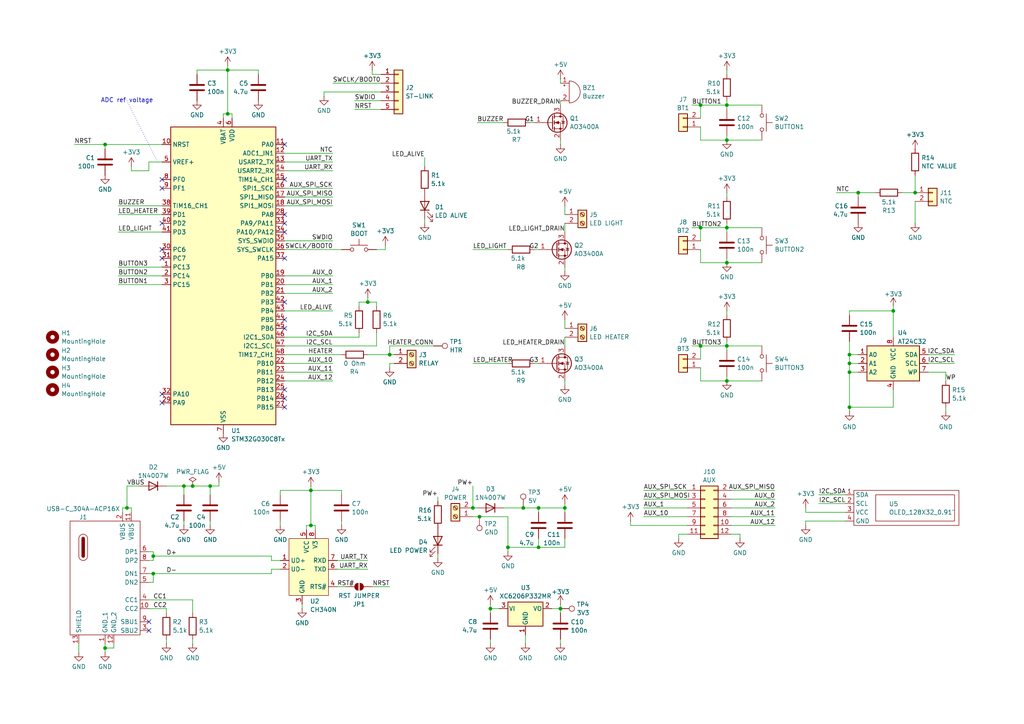
<source format=kicad_sch>
(kicad_sch (version 20250114) (generator "eeschema") (generator_version "9.0")
  (paper "A4")
  (title_block (title "Filament dryer oven control board") (date "2025-06-17") (rev "1.0") (company "Filippo Castellan"))
  (text "ADC ref voltage" (at 36.83 29.21 0) (effects (font (size 1.27 1.27))))
  (junction (at 147.32 158.75))
  (junction (at 203.2 66.04))
  (junction (at 66.04 33.02))
  (junction (at 248.92 55.88))
  (junction (at 203.2 100.33))
  (junction (at 210.82 30.48))
  (junction (at 163.83 147.32))
  (junction (at 36.83 147.32))
  (junction (at 90.17 152.4))
  (junction (at 210.82 100.33))
  (junction (at 259.08 90.17))
  (junction (at 60.96 140.97))
  (junction (at 142.24 176.53))
  (junction (at 139.065 149.86))
  (junction (at 44.45 161.29))
  (junction (at 30.48 41.91))
  (junction (at 210.82 76.2))
  (junction (at 246.38 102.87))
  (junction (at 106.68 87.63))
  (junction (at 203.2 30.48))
  (junction (at 90.17 142.24))
  (junction (at 137.16 147.32))
  (junction (at 210.82 110.49))
  (junction (at 246.38 107.95))
  (junction (at 156.21 147.32))
  (junction (at 210.82 40.64))
  (junction (at 53.34 140.97))
  (junction (at 265.43 55.88))
  (junction (at 210.82 66.04))
  (junction (at 66.04 20.32))
  (junction (at 55.88 140.97))
  (junction (at 162.56 176.53))
  (junction (at 156.21 158.75))
  (junction (at 151.765 147.32))
  (junction (at 113.03 102.87))
  (junction (at 246.38 118.11))
  (junction (at 246.38 105.41))
  (junction (at 30.48 187.96))
  (junction (at 44.45 166.37))
  (no_connect (at 82.55 87.63))
  (no_connect (at 82.55 74.93))
  (no_connect (at 82.55 41.91))
  (no_connect (at 46.99 116.84))
  (no_connect (at 82.55 67.31))
  (no_connect (at 82.55 95.25))
  (no_connect (at 46.99 74.93))
  (no_connect (at 46.99 114.3))
  (no_connect (at 43.18 182.88))
  (no_connect (at 82.55 113.03))
  (no_connect (at 46.99 52.07))
  (no_connect (at 43.18 180.34))
  (no_connect (at 82.55 64.77))
  (no_connect (at 82.55 92.71))
  (no_connect (at 82.55 52.07))
  (no_connect (at 82.55 115.57))
  (no_connect (at 46.99 72.39))
  (no_connect (at 46.99 54.61))
  (no_connect (at 46.99 64.77))
  (no_connect (at 82.55 62.23))
  (no_connect (at 82.55 118.11))
  (wire (pts (xy 82.55 107.95) (xy 96.52 107.95)))
  (wire (pts (xy 156.21 158.75) (xy 163.83 158.75)))
  (wire (pts (xy 151.765 147.32) (xy 156.21 147.32)))
  (wire (pts (xy 203.2 30.48) (xy 210.82 30.48)))
  (wire (pts (xy 97.79 170.18) (xy 100.33 170.18)))
  (wire (pts (xy 55.88 173.99) (xy 55.88 177.8)))
  (wire (pts (xy 34.29 67.31) (xy 46.99 67.31)))
  (wire (pts (xy 210.82 74.93) (xy 210.82 76.2)))
  (wire (pts (xy 274.32 110.49) (xy 274.32 107.95)))
  (wire (pts (xy 138.43 35.56) (xy 146.05 35.56)))
  (wire (pts (xy 114.3 102.87) (xy 113.03 102.87)))
  (wire (pts (xy 160.02 176.53) (xy 162.56 176.53)))
  (wire (pts (xy 233.68 147.32) (xy 233.68 148.59)))
  (wire (pts (xy 53.34 151.13) (xy 53.34 152.4)))
  (wire (pts (xy 102.87 31.75) (xy 110.49 31.75)))
  (wire (pts (xy 237.49 143.51) (xy 245.11 143.51)))
  (wire (pts (xy 55.88 185.42) (xy 55.88 186.69)))
  (wire (pts (xy 43.18 173.99) (xy 55.88 173.99)))
  (wire (pts (xy 162.56 185.42) (xy 162.56 186.69)))
  (wire (pts (xy 214.63 154.94) (xy 214.63 156.21)))
  (wire (pts (xy 81.28 142.24) (xy 90.17 142.24)))
  (wire (pts (xy 48.26 176.53) (xy 43.18 176.53)))
  (wire (pts (xy 246.38 107.95) (xy 248.92 107.95)))
  (wire (pts (xy 35.56 148.59) (xy 35.56 147.32)))
  (wire (pts (xy 210.82 29.21) (xy 210.82 30.48)))
  (wire (pts (xy 210.82 64.77) (xy 210.82 66.04)))
  (wire (pts (xy 163.83 64.77) (xy 163.83 67.31)))
  (wire (pts (xy 212.09 149.86) (xy 224.79 149.86)))
  (wire (pts (xy 35.56 147.32) (xy 36.83 147.32)))
  (wire (pts (xy 81.28 142.24) (xy 81.28 143.51)))
  (wire (pts (xy 147.32 158.75) (xy 147.32 160.02)))
  (wire (pts (xy 156.21 158.75) (xy 156.21 156.21)))
  (wire (pts (xy 123.19 45.72) (xy 123.19 48.26)))
  (wire (pts (xy 203.2 106.68) (xy 203.2 110.49)))
  (wire (pts (xy 111.76 72.39) (xy 109.22 72.39)))
  (wire (pts (xy 48.26 185.42) (xy 48.26 186.69)))
  (wire (pts (xy 46.99 59.69) (xy 34.29 59.69)))
  (wire (pts (xy 210.82 109.22) (xy 210.82 110.49)))
  (wire (pts (xy 38.1 49.53) (xy 43.18 49.53)))
  (wire (pts (xy 53.34 140.97) (xy 53.34 143.51)))
  (wire (pts (xy 81.28 165.1) (xy 78.74 165.1)))
  (wire (pts (xy 186.69 142.24) (xy 199.39 142.24)))
  (wire (pts (xy 200.66 66.04) (xy 203.2 66.04)))
  (wire (pts (xy 203.2 100.33) (xy 210.82 100.33)))
  (wire (pts (xy 203.2 100.33) (xy 203.2 104.14)))
  (wire (pts (xy 114.3 105.41) (xy 113.03 105.41)))
  (wire (pts (xy 64.77 33.02) (xy 64.77 34.29)))
  (wire (pts (xy 34.29 77.47) (xy 46.99 77.47)))
  (wire (pts (xy 66.04 19.05) (xy 66.04 20.32)))
  (wire (pts (xy 30.48 41.91) (xy 46.99 41.91)))
  (wire (pts (xy 55.88 140.97) (xy 53.34 140.97)))
  (wire (pts (xy 212.09 147.32) (xy 224.79 147.32)))
  (wire (pts (xy 203.2 36.83) (xy 203.2 40.64)))
  (wire (pts (xy 203.2 69.85) (xy 203.2 66.04)))
  (wire (pts (xy 90.17 152.4) (xy 91.44 152.4)))
  (wire (pts (xy 82.55 80.01) (xy 96.52 80.01)))
  (wire (pts (xy 137.16 147.32) (xy 138.43 147.32)))
  (wire (pts (xy 60.96 140.97) (xy 55.88 140.97)))
  (wire (pts (xy 43.18 162.56) (xy 44.45 162.56)))
  (wire (pts (xy 274.32 118.11) (xy 274.32 119.38)))
  (wire (pts (xy 30.48 41.91) (xy 30.48 43.18)))
  (wire (pts (xy 43.18 168.91) (xy 44.45 168.91)))
  (wire (pts (xy 82.55 46.99) (xy 96.52 46.99)))
  (wire (pts (xy 163.83 146.05) (xy 163.83 147.32)))
  (wire (pts (xy 210.82 90.17) (xy 210.82 91.44)))
  (wire (pts (xy 82.55 57.15) (xy 96.52 57.15)))
  (wire (pts (xy 210.82 100.33) (xy 220.98 100.33)))
  (wire (pts (xy 102.87 29.21) (xy 110.49 29.21)))
  (wire (pts (xy 142.24 185.42) (xy 142.24 186.69)))
  (wire (pts (xy 210.82 20.32) (xy 210.82 21.59)))
  (wire (pts (xy 210.82 110.49) (xy 220.98 110.49)))
  (wire (pts (xy 246.38 90.17) (xy 259.08 90.17)))
  (wire (pts (xy 200.66 30.48) (xy 203.2 30.48)))
  (wire (pts (xy 30.48 187.96) (xy 30.48 189.23)))
  (wire (pts (xy 127 145.415) (xy 127 144.145)))
  (wire (pts (xy 139.065 149.86) (xy 147.32 149.86)))
  (wire (pts (xy 210.82 40.64) (xy 220.98 40.64)))
  (wire (pts (xy 36.83 147.32) (xy 38.1 147.32)))
  (wire (pts (xy 186.69 144.78) (xy 199.39 144.78)))
  (wire (pts (xy 224.79 142.24) (xy 212.09 142.24)))
  (wire (pts (xy 246.38 102.87) (xy 246.38 105.41)))
  (wire (pts (xy 44.45 166.37) (xy 78.74 166.37)))
  (wire (pts (xy 104.14 96.52) (xy 104.14 97.79)))
  (wire (pts (xy 82.55 49.53) (xy 96.52 49.53)))
  (wire (pts (xy 210.82 99.06) (xy 210.82 100.33)))
  (wire (pts (xy 156.21 147.32) (xy 156.21 148.59)))
  (wire (pts (xy 203.2 30.48) (xy 203.2 34.29)))
  (wire (pts (xy 106.68 87.63) (xy 109.22 87.63)))
  (wire (pts (xy 90.17 152.4) (xy 88.9 152.4)))
  (wire (pts (xy 259.08 118.11) (xy 246.38 118.11)))
  (wire (pts (xy 113.03 100.33) (xy 113.03 102.87)))
  (wire (pts (xy 203.2 110.49) (xy 210.82 110.49)))
  (wire (pts (xy 212.09 144.78) (xy 224.79 144.78)))
  (wire (pts (xy 210.82 100.33) (xy 210.82 101.6)))
  (wire (pts (xy 22.86 186.69) (xy 22.86 189.23)))
  (wire (pts (xy 182.88 151.13) (xy 182.88 152.4)))
  (wire (pts (xy 269.24 107.95) (xy 274.32 107.95)))
  (wire (pts (xy 44.45 166.37) (xy 44.45 168.91)))
  (wire (pts (xy 109.22 96.52) (xy 109.22 100.33)))
  (wire (pts (xy 82.55 105.41) (xy 96.52 105.41)))
  (wire (pts (xy 163.83 158.75) (xy 163.83 156.21)))
  (wire (pts (xy 203.2 66.04) (xy 210.82 66.04)))
  (wire (pts (xy 269.24 105.41) (xy 276.86 105.41)))
  (wire (pts (xy 210.82 76.2) (xy 220.98 76.2)))
  (wire (pts (xy 265.43 50.8) (xy 265.43 55.88)))
  (wire (pts (xy 78.74 162.56) (xy 78.74 161.29)))
  (wire (pts (xy 81.28 162.56) (xy 78.74 162.56)))
  (wire (pts (xy 107.95 20.32) (xy 107.95 21.59)))
  (wire (pts (xy 210.82 66.04) (xy 220.98 66.04)))
  (wire (pts (xy 66.04 33.02) (xy 67.31 33.02)))
  (wire (pts (xy 60.96 140.97) (xy 63.5 140.97)))
  (wire (pts (xy 57.15 21.59) (xy 57.15 20.32)))
  (wire (pts (xy 43.18 49.53) (xy 43.18 46.99)))
  (wire (pts (xy 154.94 72.39) (xy 156.21 72.39)))
  (wire (pts (xy 90.17 142.24) (xy 90.17 152.4)))
  (wire (pts (xy 38.1 48.26) (xy 38.1 49.53)))
  (wire (pts (xy 224.79 152.4) (xy 212.09 152.4)))
  (wire (pts (xy 67.31 33.02) (xy 67.31 34.29)))
  (wire (pts (xy 210.82 30.48) (xy 220.98 30.48)))
  (wire (pts (xy 66.04 33.02) (xy 64.77 33.02)))
  (wire (pts (xy 82.55 82.55) (xy 96.52 82.55)))
  (wire (pts (xy 96.52 90.17) (xy 82.55 90.17)))
  (wire (pts (xy 44.45 161.29) (xy 78.74 161.29)))
  (polyline (pts (xy 36.83 29.21) (xy 45.72 46.99)) (stroke (width 0) (type dot)))
  (wire (pts (xy 44.45 162.56) (xy 44.45 161.29)))
  (wire (pts (xy 82.55 110.49) (xy 96.52 110.49)))
  (wire (pts (xy 162.56 176.53) (xy 162.56 177.8)))
  (wire (pts (xy 78.74 165.1) (xy 78.74 166.37)))
  (wire (pts (xy 82.55 102.87) (xy 99.06 102.87)))
  (wire (pts (xy 203.2 76.2) (xy 210.82 76.2)))
  (wire (pts (xy 210.82 39.37) (xy 210.82 40.64)))
  (wire (pts (xy 82.55 54.61) (xy 96.52 54.61)))
  (wire (pts (xy 60.96 140.97) (xy 60.96 143.51)))
  (wire (pts (xy 104.14 87.63) (xy 104.14 88.9)))
  (wire (pts (xy 248.92 105.41) (xy 246.38 105.41)))
  (wire (pts (xy 110.49 26.67) (xy 93.98 26.67)))
  (wire (pts (xy 107.95 170.18) (xy 113.03 170.18)))
  (wire (pts (xy 163.83 110.49) (xy 163.83 111.76)))
  (wire (pts (xy 34.29 82.55) (xy 46.99 82.55)))
  (wire (pts (xy 137.16 149.86) (xy 139.065 149.86)))
  (wire (pts (xy 44.45 166.37) (xy 43.18 166.37)))
  (wire (pts (xy 96.52 24.13) (xy 110.49 24.13)))
  (wire (pts (xy 82.55 59.69) (xy 96.52 59.69)))
  (wire (pts (xy 137.16 72.39) (xy 147.32 72.39)))
  (wire (pts (xy 30.48 186.69) (xy 30.48 187.96)))
  (wire (pts (xy 265.43 58.42) (xy 265.43 64.77)))
  (wire (pts (xy 259.08 113.03) (xy 259.08 118.11)))
  (wire (pts (xy 246.38 105.41) (xy 246.38 107.95)))
  (wire (pts (xy 82.55 72.39) (xy 99.06 72.39)))
  (wire (pts (xy 60.96 151.13) (xy 60.96 152.4)))
  (wire (pts (xy 200.66 100.33) (xy 203.2 100.33)))
  (wire (pts (xy 74.93 20.32) (xy 66.04 20.32)))
  (wire (pts (xy 127 160.655) (xy 127 161.925)))
  (wire (pts (xy 246.38 118.11) (xy 246.38 107.95)))
  (wire (pts (xy 82.55 85.09) (xy 96.52 85.09)))
  (wire (pts (xy 142.24 176.53) (xy 142.24 177.8)))
  (wire (pts (xy 36.83 140.97) (xy 40.64 140.97)))
  (wire (pts (xy 91.44 152.4) (xy 91.44 153.67)))
  (wire (pts (xy 66.04 20.32) (xy 66.04 33.02)))
  (wire (pts (xy 106.68 86.36) (xy 106.68 87.63)))
  (wire (pts (xy 142.24 175.26) (xy 142.24 176.53)))
  (wire (pts (xy 87.63 175.26) (xy 87.63 176.53)))
  (wire (pts (xy 153.67 35.56) (xy 154.94 35.56)))
  (wire (pts (xy 34.29 80.01) (xy 46.99 80.01)))
  (wire (pts (xy 210.82 66.04) (xy 210.82 67.31)))
  (wire (pts (xy 104.14 87.63) (xy 106.68 87.63)))
  (wire (pts (xy 199.39 149.86) (xy 186.69 149.86)))
  (wire (pts (xy 248.92 55.88) (xy 248.92 57.15)))
  (wire (pts (xy 44.45 160.02) (xy 44.45 161.29)))
  (wire (pts (xy 259.08 90.17) (xy 259.08 97.79)))
  (wire (pts (xy 90.17 140.97) (xy 90.17 142.24)))
  (wire (pts (xy 146.05 147.32) (xy 151.765 147.32)))
  (wire (pts (xy 44.45 160.02) (xy 43.18 160.02)))
  (wire (pts (xy 123.19 63.5) (xy 123.19 64.77)))
  (wire (pts (xy 97.79 165.1) (xy 106.68 165.1)))
  (wire (pts (xy 144.78 176.53) (xy 142.24 176.53)))
  (wire (pts (xy 43.18 46.99) (xy 46.99 46.99)))
  (wire (pts (xy 99.06 142.24) (xy 99.06 143.51)))
  (wire (pts (xy 38.1 148.59) (xy 38.1 147.32)))
  (wire (pts (xy 245.11 151.13) (xy 233.68 151.13)))
  (wire (pts (xy 163.83 97.79) (xy 163.83 100.33)))
  (wire (pts (xy 81.28 151.13) (xy 81.28 152.4)))
  (wire (pts (xy 30.48 187.96) (xy 33.02 187.96)))
  (wire (pts (xy 93.98 26.67) (xy 93.98 27.94)))
  (wire (pts (xy 48.26 177.8) (xy 48.26 176.53)))
  (wire (pts (xy 162.56 22.86) (xy 162.56 24.13)))
  (wire (pts (xy 248.92 102.87) (xy 246.38 102.87)))
  (wire (pts (xy 82.55 100.33) (xy 109.22 100.33)))
  (wire (pts (xy 203.2 40.64) (xy 210.82 40.64)))
  (wire (pts (xy 109.22 87.63) (xy 109.22 88.9)))
  (wire (pts (xy 33.02 187.96) (xy 33.02 186.69)))
  (wire (pts (xy 63.5 139.7) (xy 63.5 140.97)))
  (wire (pts (xy 163.83 92.71) (xy 163.83 95.25)))
  (wire (pts (xy 233.68 151.13) (xy 233.68 152.4)))
  (wire (pts (xy 21.59 41.91) (xy 30.48 41.91)))
  (wire (pts (xy 246.38 91.44) (xy 246.38 90.17)))
  (wire (pts (xy 163.83 59.69) (xy 163.83 62.23)))
  (wire (pts (xy 237.49 146.05) (xy 245.11 146.05)))
  (wire (pts (xy 97.79 162.56) (xy 106.68 162.56)))
  (wire (pts (xy 199.39 154.94) (xy 196.85 154.94)))
  (wire (pts (xy 248.92 55.88) (xy 254 55.88)))
  (wire (pts (xy 137.16 140.97) (xy 137.16 147.32)))
  (wire (pts (xy 212.09 154.94) (xy 214.63 154.94)))
  (wire (pts (xy 74.93 20.32) (xy 74.93 21.59)))
  (wire (pts (xy 57.15 20.32) (xy 66.04 20.32)))
  (wire (pts (xy 182.88 152.4) (xy 199.39 152.4)))
  (wire (pts (xy 113.03 102.87) (xy 106.68 102.87)))
  (wire (pts (xy 82.55 44.45) (xy 96.52 44.45)))
  (wire (pts (xy 137.16 105.41) (xy 147.32 105.41)))
  (wire (pts (xy 163.83 77.47) (xy 163.83 78.74)))
  (wire (pts (xy 99.06 151.13) (xy 99.06 152.4)))
  (wire (pts (xy 196.85 154.94) (xy 196.85 156.21)))
  (wire (pts (xy 152.4 184.15) (xy 152.4 186.69)))
  (wire (pts (xy 259.08 88.9) (xy 259.08 90.17)))
  (wire (pts (xy 82.55 69.85) (xy 96.52 69.85)))
  (wire (pts (xy 48.26 140.97) (xy 53.34 140.97)))
  (wire (pts (xy 269.24 102.87) (xy 276.86 102.87)))
  (wire (pts (xy 233.68 148.59) (xy 245.11 148.59)))
  (wire (pts (xy 199.39 147.32) (xy 186.69 147.32)))
  (wire (pts (xy 147.32 149.86) (xy 147.32 158.75)))
  (wire (pts (xy 210.82 30.48) (xy 210.82 31.75)))
  (wire (pts (xy 113.03 105.41) (xy 113.03 106.68)))
  (wire (pts (xy 162.56 40.64) (xy 162.56 41.91)))
  (wire (pts (xy 162.56 175.26) (xy 162.56 176.53)))
  (wire (pts (xy 88.9 152.4) (xy 88.9 153.67)))
  (wire (pts (xy 156.21 147.32) (xy 163.83 147.32)))
  (wire (pts (xy 163.83 147.32) (xy 163.83 148.59)))
  (wire (pts (xy 147.32 158.75) (xy 156.21 158.75)))
  (wire (pts (xy 162.56 29.21) (xy 162.56 30.48)))
  (wire (pts (xy 82.55 97.79) (xy 104.14 97.79)))
  (wire (pts (xy 111.76 71.12) (xy 111.76 72.39)))
  (wire (pts (xy 242.57 55.88) (xy 248.92 55.88)))
  (wire (pts (xy 246.38 118.11) (xy 246.38 119.38)))
  (wire (pts (xy 36.83 147.32) (xy 36.83 140.97)))
  (wire (pts (xy 34.29 62.23) (xy 46.99 62.23)))
  (wire (pts (xy 154.94 105.41) (xy 156.21 105.41)))
  (wire (pts (xy 99.06 142.24) (xy 90.17 142.24)))
  (wire (pts (xy 203.2 72.39) (xy 203.2 76.2)))
  (wire (pts (xy 107.95 21.59) (xy 110.49 21.59)))
  (wire (pts (xy 113.03 100.33) (xy 125.73 100.33)))
  (wire (pts (xy 210.82 55.88) (xy 210.82 57.15)))
  (wire (pts (xy 246.38 99.06) (xy 246.38 102.87)))
  (wire (pts (xy 261.62 55.88) (xy 265.43 55.88)))
  (label "LED_LIGHT" (at 34.29 67.31 0))
  (label "UART_TX" (at 96.52 46.99 180))
  (label "AUX_SPI_SCK" (at 186.69 142.24 0))
  (label "AUX_SPI_MOSI" (at 186.69 144.78 0))
  (label "SWDIO" (at 102.87 29.21 0))
  (label "BUTTON3" (at 200.66 100.33 0))
  (label "NTC" (at 242.57 55.88 0))
  (label "G2" (at 156.21 72.39 180))
  (label "I2C_SDA" (at 96.52 97.79 180))
  (label "AUX_SPI_MISO" (at 224.79 142.24 180))
  (label "SWCLK{slash}BOOT0" (at 96.52 72.39 180))
  (label "NRST" (at 102.87 31.75 0))
  (label "AUX_SPI_SCK" (at 96.52 54.61 180))
  (label "AUX_SPI_MOSI" (at 96.52 59.69 180))
  (label "BUTTON2" (at 34.29 80.01 0))
  (label "HEATER_CONN" (at 125.73 100.33 180))
  (label "D+" (at 48.26 161.29 0))
  (label "WP" (at 274.32 110.49 0))
  (label "SWDIO" (at 96.52 69.85 180))
  (label "I2C_SCL" (at 237.49 146.05 0))
  (label "AUX_SPI_MISO" (at 96.52 57.15 180))
  (label "LED_HEATER_DRAIN" (at 163.83 100.33 180))
  (label "AUX_1" (at 186.69 147.32 0))
  (label "BUZZER" (at 34.29 59.69 0))
  (label "LED_LIGHT_DRAIN" (at 163.83 67.31 180))
  (label "I2C_SCL" (at 96.52 100.33 180))
  (label "LED_ALIVE" (at 96.52 90.17 180))
  (label "CC2" (at 44.45 176.53 0))
  (label "NRST" (at 113.03 170.18 180))
  (label "BUTTON1" (at 34.29 82.55 0))
  (label "I2C_SCL" (at 276.86 105.41 180))
  (label "AUX_1" (at 96.52 82.55 180))
  (label "I2C_SDA" (at 237.49 143.51 0))
  (label "BUZZER" (at 138.43 35.56 0))
  (label "AUX_12" (at 96.52 110.49 180))
  (label "AUX_0" (at 96.52 80.01 180))
  (label "NTC" (at 96.52 44.45 180))
  (label "NRST" (at 21.59 41.91 0))
  (label "LED_LIGHT" (at 137.16 72.39 0))
  (label "BUTTON3" (at 34.29 77.47 0))
  (label "LED_HEATER" (at 34.29 62.23 0))
  (label "UART_TX" (at 106.68 162.56 180))
  (label "VBUS" (at 36.83 140.97 0))
  (label "D-" (at 48.26 166.37 0))
  (label "LED_HEATER" (at 137.16 105.41 0))
  (label "RST#" (at 97.79 170.18 0))
  (label "BUTTON2" (at 200.66 66.04 0))
  (label "AUX_10" (at 96.52 105.41 180))
  (label "HEATER" (at 96.52 102.87 180))
  (label "AUX_0" (at 224.79 144.78 180))
  (label "UART_RX" (at 96.52 49.53 180))
  (label "AUX_11" (at 224.79 149.86 180))
  (label "G3" (at 156.21 105.41 180))
  (label "UART_RX" (at 106.68 165.1 180))
  (label "AUX_10" (at 186.69 149.86 0))
  (label "I2C_SDA" (at 276.86 102.87 180))
  (label "AUX_11" (at 96.52 107.95 180))
  (label "AUX_2" (at 224.79 147.32 180))
  (label "BUTTON1" (at 200.66 30.48 0))
  (label "AUX_12" (at 224.79 152.4 180))
  (label "AUX_2" (at 96.52 85.09 180))
  (label "BUZZER_DRAIN" (at 162.56 30.48 180))
  (label "PW+" (at 127 144.145 180))
  (label "SWCLK{slash}BOOT0" (at 96.52 24.13 0))
  (label "LED_ALIVE" (at 123.19 45.72 180))
  (label "CC1" (at 44.45 173.99 0))
  (label "G1" (at 154.94 35.56 180))
  (label "PW+" (at 137.16 140.97 180))
  (symbol (lib_id "Switch:SW_Push") (at 220.98 35.56 270) (unit 1)
    (property "Reference" "SW2" (at 224.663 34.3446 90) (effects (justify left)))
    (property "Value" "BUTTON1" (at 224.663 36.7753 90) (effects (justify left)))
    (property "Footprint" "Button_Switch_SMD:SW_SPST_SKQG_WithoutStem" (effects (hide yes)))
    (property "Description" "Push button switch, generic, two pins" (effects (hide yes)))
  )
  (symbol (lib_id "Device:R") (at 151.13 105.41 90) (mirror x) (unit 1)
    (property "Reference" "R9" (at 152.4 110.3807 90) (effects (justify left)))
    (property "Value" "5.1k" (at 152.4 107.95 90) (effects (justify left)))
    (property "Footprint" "Resistor_SMD:R_0805_2012Metric_Pad1.20x1.40mm_HandSolder" (effects (hide yes)))
    (property "Description" "Resistor" (effects (hide yes)))
  )
  (symbol (lib_id "power:+3V3") (at 107.95 20.32 0) (unit 1)
    (property "Reference" "#PWR021" (effects (hide yes)))
    (property "Value" "+3V3" (at 107.95 16.1837 0))
    (property "Description" "Power symbol creates a global label with name \"+3V3\"" (effects (hide yes)))
  )
  (symbol (lib_id "Transistor_FET:AO3400A") (at 161.29 72.39 0) (unit 1)
    (property "Reference" "Q2" (at 166.497 71.1746 0) (effects (justify left)))
    (property "Value" "AO3400A" (at 166.497 73.6053 0) (effects (justify left)))
    (property "Footprint" "Package_TO_SOT_SMD:SOT-23" (effects (hide yes)))
    (property "Datasheet" "http://www.aosmd.com/pdfs/datasheet/AO3400A.pdf" (effects (hide yes)))
    (property "Description" "30V Vds, 5.7A Id, N-Channel MOSFET, SOT-23" (effects (hide yes)))
  )
  (symbol (lib_id "Mechanical:MountingHole") (at 15.24 97.79 0) (unit 1) (in_bom no)
    (property "Reference" "H1" (at 17.78 96.5746 0) (effects (justify left)))
    (property "Value" "MountingHole" (at 17.78 99.0053 0) (effects (justify left)))
    (property "Footprint" "MountingHole:MountingHole_3.2mm_M3_Pad_Via" (effects (hide yes)))
    (property "Description" "Mounting Hole without connection" (effects (hide yes)))
  )
  (symbol (lib_id "power:GND") (at 210.82 76.2 0) (unit 1)
    (property "Reference" "#PWR042" (effects (hide yes)))
    (property "Value" "GND" (at 210.82 80.3363 0))
    (property "Description" "Power symbol creates a global label with name \"GND\" , ground" (effects (hide yes)))
  )
  (symbol (lib_id "Mechanical:MountingHole") (at 15.24 107.95 0) (unit 1) (in_bom no)
    (property "Reference" "H3" (at 17.78 106.7346 0) (effects (justify left)))
    (property "Value" "MountingHole" (at 17.78 109.1653 0) (effects (justify left)))
    (property "Footprint" "MountingHole:MountingHole_3.2mm_M3_Pad_Via" (effects (hide yes)))
    (property "Description" "Mounting Hole without connection" (effects (hide yes)))
  )
  (symbol (lib_id "power:GND") (at 57.15 29.21 0) (unit 1)
    (property "Reference" "#PWR09" (effects (hide yes)))
    (property "Value" "GND" (at 57.15 33.3463 0))
    (property "Description" "Power symbol creates a global label with name \"GND\" , ground" (effects (hide yes)))
  )
  (symbol (lib_id "Connector_Generic:Conn_01x02") (at 198.12 72.39 180) (unit 1)
    (property "Reference" "J8" (at 198.12 64.4259 0))
    (property "Value" "BT2" (at 198.12 66.8566 0))
    (property "Footprint" "Connector_JST:JST_XH_B2B-XH-A_1x02_P2.50mm_Vertical" (effects (hide yes)))
    (property "Description" "Generic connector, single row, 01x02, script generated (kicad-library-utils/schlib/autogen/connector/)" (effects (hide yes)))
  )
  (symbol (lib_id "power:+5V") (at 163.83 92.71 0) (unit 1)
    (property "Reference" "#PWR034" (effects (hide yes)))
    (property "Value" "+5V" (at 163.83 88.5737 0))
    (property "Description" "Power symbol creates a global label with name \"+5V\"" (effects (hide yes)))
  )
  (symbol (lib_id "Device:C") (at 210.82 35.56 0) (unit 1)
    (property "Reference" "C12" (at 213.741 34.3446 0) (effects (justify left)))
    (property "Value" "100n" (at 213.741 36.7753 0) (effects (justify left)))
    (property "Footprint" "Capacitor_SMD:C_0805_2012Metric_Pad1.18x1.45mm_HandSolder" (effects (hide yes)))
    (property "Description" "Unpolarized capacitor" (effects (hide yes)))
  )
  (symbol (lib_id "power:GND") (at 55.88 186.69 0) (unit 1)
    (property "Reference" "#PWR08" (effects (hide yes)))
    (property "Value" "GND" (at 55.88 190.8263 0))
    (property "Description" "Power symbol creates a global label with name \"GND\" , ground" (effects (hide yes)))
  )
  (symbol (lib_id "Device:R") (at 257.81 55.88 90) (mirror x) (unit 1)
    (property "Reference" "R13" (at 257.81 61.0501 90))
    (property "Value" "5.1k" (at 257.81 58.6194 90))
    (property "Footprint" "Resistor_SMD:R_0805_2012Metric_Pad1.20x1.40mm_HandSolder" (effects (hide yes)))
    (property "Description" "Resistor" (effects (hide yes)))
  )
  (symbol (lib_id "Connector:Screw_Terminal_01x02") (at 119.38 102.87 0) (unit 1)
    (property "Reference" "J3" (at 121.412 102.9246 0) (effects (justify left)))
    (property "Value" "RELAY" (at 121.412 105.3553 0) (effects (justify left)))
    (property "Footprint" "_MIA footprint:TerminalBlock_bornier-2_P5.08mm" (effects (hide yes)))
    (property "Description" "Generic screw terminal, single row, 01x02, script generated (kicad-library-utils/schlib/autogen/connector/)" (effects (hide yes)))
  )
  (symbol (lib_id "Device:R") (at 127 149.225 0) (mirror y) (unit 1)
    (property "Reference" "R16" (at 125.222 148.0096 0) (effects (justify left)))
    (property "Value" "5.1k" (at 125.222 150.4403 0) (effects (justify left)))
    (property "Footprint" "Resistor_SMD:R_0805_2012Metric_Pad1.20x1.40mm_HandSolder" (effects (hide yes)))
    (property "Description" "Resistor" (effects (hide yes)))
  )
  (symbol (lib_id "Device:C") (at 74.93 25.4 0) (mirror y) (unit 1)
    (property "Reference" "C5" (at 72.009 24.1846 0) (effects (justify left)))
    (property "Value" "4.7u" (at 72.009 26.6153 0) (effects (justify left)))
    (property "Footprint" "Capacitor_SMD:C_0805_2012Metric_Pad1.18x1.45mm_HandSolder" (effects (hide yes)))
    (property "Description" "Unpolarized capacitor" (effects (hide yes)))
  )
  (symbol (lib_id "Device:R") (at 149.86 35.56 90) (mirror x) (unit 1)
    (property "Reference" "R7" (at 151.13 40.5307 90) (effects (justify left)))
    (property "Value" "5.1k" (at 151.13 38.1 90) (effects (justify left)))
    (property "Footprint" "Resistor_SMD:R_0805_2012Metric_Pad1.20x1.40mm_HandSolder" (effects (hide yes)))
    (property "Description" "Resistor" (effects (hide yes)))
  )
  (symbol (lib_id "Regulator_Linear:XC6206PxxxMR") (at 152.4 176.53 0) (unit 1)
    (property "Reference" "U3" (at 152.4 170.4709 0))
    (property "Value" "XC6206P332MR" (at 152.4 172.9016 0))
    (property "Footprint" "Package_TO_SOT_SMD:SOT-23-3" (effects (hide yes)))
    (property "Datasheet" "https://www.torexsemi.com/file/xc6206/XC6206.pdf" (effects (hide yes)))
    (property "Description" "Positive 60-250mA Low Dropout Regulator, Fixed Output, SOT-23" (effects (hide yes)))
  )
  (symbol (lib_id "power:GND") (at 162.56 186.69 0) (unit 1)
    (property "Reference" "#PWR031" (effects (hide yes)))
    (property "Value" "GND" (at 162.56 190.8263 0))
    (property "Description" "Power symbol creates a global label with name \"GND\" , ground" (effects (hide yes)))
  )
  (symbol (lib_id "Device:C") (at 99.06 147.32 0) (unit 1)
    (property "Reference" "C7" (at 101.981 146.1046 0) (effects (justify left)))
    (property "Value" "100n" (at 101.981 148.5353 0) (effects (justify left)))
    (property "Footprint" "Capacitor_SMD:C_0805_2012Metric_Pad1.18x1.45mm_HandSolder" (effects (hide yes)))
    (property "Description" "Unpolarized capacitor" (effects (hide yes)))
  )
  (symbol (lib_id "Device:R") (at 265.43 46.99 0) (unit 1)
    (property "Reference" "R14" (at 267.208 45.7746 0) (effects (justify left)))
    (property "Value" "NTC VALUE" (at 267.208 48.2053 0) (effects (justify left)))
    (property "Footprint" "Resistor_SMD:R_0805_2012Metric_Pad1.20x1.40mm_HandSolder" (effects (hide yes)))
    (property "Description" "Resistor" (effects (hide yes)))
  )
  (symbol (lib_id "power:GND") (at 274.32 119.38 0) (unit 1)
    (property "Reference" "#PWR053" (effects (hide yes)))
    (property "Value" "GND" (at 274.32 123.8234 0))
  )
  (symbol (lib_id "power:GND") (at 162.56 41.91 0) (unit 1)
    (property "Reference" "#PWR029" (effects (hide yes)))
    (property "Value" "GND" (at 162.56 46.0463 0))
    (property "Description" "Power symbol creates a global label with name \"GND\" , ground" (effects (hide yes)))
  )
  (symbol (lib_id "Transistor_FET:AO3400A") (at 161.29 105.41 0) (unit 1)
    (property "Reference" "Q3" (at 166.497 104.1946 0) (effects (justify left)))
    (property "Value" "AO3400A" (at 166.497 106.6253 0) (effects (justify left)))
    (property "Footprint" "Package_TO_SOT_SMD:SOT-23" (effects (hide yes)))
    (property "Datasheet" "http://www.aosmd.com/pdfs/datasheet/AO3400A.pdf" (effects (hide yes)))
    (property "Description" "30V Vds, 5.7A Id, N-Channel MOSFET, SOT-23" (effects (hide yes)))
  )
  (symbol (lib_id "power:GND") (at 48.26 186.69 0) (unit 1)
    (property "Reference" "#PWR06" (effects (hide yes)))
    (property "Value" "GND" (at 48.26 190.8263 0))
    (property "Description" "Power symbol creates a global label with name \"GND\" , ground" (effects (hide yes)))
  )
  (symbol (lib_id "Device:D") (at 142.24 147.32 0) (mirror y) (unit 1)
    (property "Reference" "D3" (at 142.24 141.8439 0))
    (property "Value" "1N4007W" (at 142.24 144.3093 0))
    (property "Footprint" "Diode_SMD:D_SOD-123F" (effects (hide yes)))
    (property "Datasheet" "https://lcsc.com/datasheet/lcsc_datasheet_2308211430_MSKSEMI-1N4007W_C7528871.pdf" (effects (hide yes)))
    (property "LCSC" "C7528871" (effects (hide yes)))
  )
  (symbol (lib_id "power:+5V") (at 163.83 146.05 0) (unit 1)
    (property "Reference" "#PWR036" (effects (hide yes)))
    (property "Value" "+5V" (at 163.83 141.9137 0))
    (property "Description" "Power symbol creates a global label with name \"+5V\"" (effects (hide yes)))
  )
  (symbol (lib_id "Mechanical:MountingHole") (at 15.24 102.87 0) (unit 1) (in_bom no)
    (property "Reference" "H2" (at 17.78 101.6546 0) (effects (justify left)))
    (property "Value" "MountingHole" (at 17.78 104.0853 0) (effects (justify left)))
    (property "Footprint" "MountingHole:MountingHole_3.2mm_M3_Pad_Via" (effects (hide yes)))
    (property "Description" "Mounting Hole without connection" (effects (hide yes)))
  )
  (symbol (lib_id "power:GND") (at 210.82 40.64 0) (unit 1)
    (property "Reference" "#PWR040" (effects (hide yes)))
    (property "Value" "GND" (at 210.82 44.7763 0))
    (property "Description" "Power symbol creates a global label with name \"GND\" , ground" (effects (hide yes)))
  )
  (symbol (lib_id "power:+3V3") (at 233.68 147.32 0) (unit 1)
    (property "Reference" "#PWR046" (effects (hide yes)))
    (property "Value" "+3V3" (at 233.68 143.1837 0))
    (property "Description" "Power symbol creates a global label with name \"+3V3\"" (effects (hide yes)))
  )
  (symbol (lib_id "Connector:TestPoint") (at 162.56 176.53 270) (unit 1)
    (property "Reference" "TP4" (at 167.259 175.3146 90) (effects (justify left)))
    (property "Value" "3V3" (at 167.259 177.7453 90) (effects (justify left)))
    (property "Footprint" "TestPoint:TestPoint_THTPad_1.0x1.0mm_Drill0.5mm" (effects (hide yes)))
    (property "Description" "test point" (effects (hide yes)))
  )
  (symbol (lib_id "power:+3V3") (at 265.43 43.18 0) (unit 1)
    (property "Reference" "#PWR051" (effects (hide yes)))
    (property "Value" "+3V3" (at 265.43 39.0437 0))
    (property "Description" "Power symbol creates a global label with name \"+3V3\"" (effects (hide yes)))
  )
  (symbol (lib_id "Device:C") (at 210.82 105.41 0) (unit 1)
    (property "Reference" "C14" (at 213.741 104.1946 0) (effects (justify left)))
    (property "Value" "100n" (at 213.741 106.6253 0) (effects (justify left)))
    (property "Footprint" "Capacitor_SMD:C_0805_2012Metric_Pad1.18x1.45mm_HandSolder" (effects (hide yes)))
    (property "Description" "Unpolarized capacitor" (effects (hide yes)))
  )
  (symbol (lib_id "power:GND") (at 147.32 160.02 0) (unit 1)
    (property "Reference" "#PWR026" (effects (hide yes)))
    (property "Value" "GND" (at 147.32 164.1563 0))
    (property "Description" "Power symbol creates a global label with name \"GND\" , ground" (effects (hide yes)))
  )
  (symbol (lib_id "power:+3V3") (at 106.68 86.36 0) (unit 1)
    (property "Reference" "#PWR020" (effects (hide yes)))
    (property "Value" "+3V3" (at 106.68 82.2237 0))
    (property "Description" "Power symbol creates a global label with name \"+3V3\"" (effects (hide yes)))
  )
  (symbol (lib_id "power:GND") (at 233.68 152.4 0) (unit 1)
    (property "Reference" "#PWR047" (effects (hide yes)))
    (property "Value" "GND" (at 233.68 156.5363 0))
    (property "Description" "Power symbol creates a global label with name \"GND\" , ground" (effects (hide yes)))
  )
  (symbol (lib_id "Connector_Generic:Conn_01x02") (at 270.51 55.88 0) (unit 1)
    (property "Reference" "J11" (at 272.542 55.9346 0) (effects (justify left)))
    (property "Value" "NTC" (at 272.542 58.3653 0) (effects (justify left)))
    (property "Footprint" "Connector_JST:JST_XH_B2B-XH-A_1x02_P2.50mm_Vertical" (effects (hide yes)))
    (property "Description" "Generic connector, single row, 01x02, script generated (kicad-library-utils/schlib/autogen/connector/)" (effects (hide yes)))
  )
  (symbol (lib_id "power:GND") (at 60.96 152.4 0) (unit 1)
    (property "Reference" "#PWR010" (effects (hide yes)))
    (property "Value" "GND" (at 60.96 156.5363 0))
    (property "Description" "Power symbol creates a global label with name \"GND\" , ground" (effects (hide yes)))
  )
  (symbol (lib_id "Device:Buzzer") (at 165.1 26.67 0) (unit 1)
    (property "Reference" "BZ1" (at 168.8962 25.4546 0) (effects (justify left)))
    (property "Value" "Buzzer" (at 168.8962 27.8853 0) (effects (justify left)))
    (property "Footprint" "Buzzer_Beeper:Buzzer_12x9.5RM7.6" (effects (hide yes)))
    (property "Description" "Buzzer, polarized" (effects (hide yes)))
  )
  (symbol (lib_id "Device:R") (at 210.82 60.96 0) (mirror y) (unit 1)
    (property "Reference" "R11" (at 209.042 59.7446 0) (effects (justify left)))
    (property "Value" "5.1k" (at 209.042 62.1753 0) (effects (justify left)))
    (property "Footprint" "Resistor_SMD:R_0805_2012Metric_Pad1.20x1.40mm_HandSolder" (effects (hide yes)))
    (property "Description" "Resistor" (effects (hide yes)))
  )
  (symbol (lib_id "power:GND") (at 214.63 156.21 0) (unit 1)
    (property "Reference" "#PWR045" (effects (hide yes)))
    (property "Value" "GND" (at 214.63 160.3463 0))
    (property "Description" "Power symbol creates a global label with name \"GND\" , ground" (effects (hide yes)))
  )
  (symbol (lib_id "Mechanical:MountingHole") (at 15.24 113.03 0) (unit 1) (in_bom no)
    (property "Reference" "H4" (at 17.78 111.8146 0) (effects (justify left)))
    (property "Value" "MountingHole" (at 17.78 114.2453 0) (effects (justify left)))
    (property "Footprint" "MountingHole:MountingHole_3.2mm_M3_Pad_Via" (effects (hide yes)))
    (property "Description" "Mounting Hole without connection" (effects (hide yes)))
  )
  (symbol (lib_id "_MIA:OLED_128X32_0.91{dblquote}") (at 264.16 147.32 0) (mirror y) (unit 1)
    (property "Reference" "U5" (at 257.81 146.1593 0) (effects (justify right)))
    (property "Value" "OLED_128X32_0.91\"" (at 257.81 148.59 0) (effects (justify right)))
    (property "Footprint" "Connector_PinSocket_2.54mm:PinSocket_1x04_P2.54mm_Vertical" (effects (hide yes)))
  )
  (symbol (lib_id "Device:C") (at 210.82 71.12 0) (unit 1)
    (property "Reference" "C13" (at 213.741 69.9046 0) (effects (justify left)))
    (property "Value" "100n" (at 213.741 72.3353 0) (effects (justify left)))
    (property "Footprint" "Capacitor_SMD:C_0805_2012Metric_Pad1.18x1.45mm_HandSolder" (effects (hide yes)))
    (property "Description" "Unpolarized capacitor" (effects (hide yes)))
  )
  (symbol (lib_id "Device:R") (at 55.88 181.61 0) (unit 1)
    (property "Reference" "R3" (at 57.658 180.3946 0) (effects (justify left)))
    (property "Value" "5.1k" (at 57.658 182.8253 0) (effects (justify left)))
    (property "Footprint" "Resistor_SMD:R_0805_2012Metric_Pad1.20x1.40mm_HandSolder" (effects (hide yes)))
    (property "Description" "Resistor" (effects (hide yes)))
  )
  (symbol (lib_id "power:+3V3") (at 90.17 140.97 0) (unit 1)
    (property "Reference" "#PWR017" (effects (hide yes)))
    (property "Value" "+3V3" (at 90.17 136.8337 0))
    (property "Description" "Power symbol creates a global label with name \"+3V3\"" (effects (hide yes)))
  )
  (symbol (lib_id "Device:C") (at 60.96 147.32 0) (mirror y) (unit 1)
    (property "Reference" "C4" (at 59.69 149.9693 0) (effects (justify left)))
    (property "Value" "100n" (at 59.69 152.4 0) (effects (justify left)))
    (property "Footprint" "Capacitor_SMD:C_0805_2012Metric_Pad1.18x1.45mm_HandSolder" (effects (hide yes)))
    (property "Description" "Unpolarized capacitor" (effects (hide yes)))
  )
  (symbol (lib_id "power:GND") (at 123.19 64.77 0) (mirror y) (unit 1)
    (property "Reference" "#PWR02" (effects (hide yes)))
    (property "Value" "GND" (at 123.19 68.9063 0))
    (property "Description" "Power symbol creates a global label with name \"GND\" , ground" (effects (hide yes)))
  )
  (symbol (lib_id "Device:C") (at 162.56 181.61 0) (unit 1)
    (property "Reference" "C10" (at 165.481 180.3946 0) (effects (justify left)))
    (property "Value" "100n" (at 165.481 182.8253 0) (effects (justify left)))
    (property "Footprint" "Capacitor_SMD:C_0805_2012Metric_Pad1.18x1.45mm_HandSolder" (effects (hide yes)))
    (property "Description" "Unpolarized capacitor" (effects (hide yes)))
  )
  (symbol (lib_id "power:GND") (at 163.83 111.76 0) (unit 1)
    (property "Reference" "#PWR035" (effects (hide yes)))
    (property "Value" "GND" (at 163.83 115.8963 0))
    (property "Description" "Power symbol creates a global label with name \"GND\" , ground" (effects (hide yes)))
  )
  (symbol (lib_id "Memory_EEPROM:AT24CS32-MAHM") (at 259.08 105.41 0) (unit 1)
    (property "Reference" "U4" (at 260.35 96.5231 0) (effects (justify left)))
    (property "Value" "AT24C32" (at 260.35 99.06 0) (effects (justify left)))
    (property "Footprint" "Package_SO:SO-8_3.9x4.9mm_P1.27mm" (effects (hide yes)))
    (property "Datasheet" "http://ww1.microchip.com/downloads/en/DeviceDoc/Atmel-8869-SEEPROM-AT24CS32-Datasheet.pdf" (effects (hide yes)))
    (property "Description" "I2C Serial EEPROM, 32Kb (4096x8) with Unique Serial Number, UDFN8" (effects (hide yes)))
  )
  (symbol (lib_id "power:+5V") (at 162.56 22.86 0) (unit 1)
    (property "Reference" "#PWR028" (effects (hide yes)))
    (property "Value" "+5V" (at 162.56 18.7237 0))
    (property "Description" "Power symbol creates a global label with name \"+5V\"" (effects (hide yes)))
  )
  (symbol (lib_id "Device:R") (at 123.19 52.07 0) (unit 1)
    (property "Reference" "R1" (at 124.968 50.8546 0) (effects (justify left)))
    (property "Value" "5.1k" (at 124.968 53.2853 0) (effects (justify left)))
    (property "Footprint" "Resistor_SMD:R_0805_2012Metric_Pad1.20x1.40mm_HandSolder" (effects (hide yes)))
    (property "Description" "Resistor" (effects (hide yes)))
  )
  (symbol (lib_id "power:+3V3") (at 210.82 90.17 0) (unit 1)
    (property "Reference" "#PWR043" (effects (hide yes)))
    (property "Value" "+3V3" (at 210.82 86.0337 0))
    (property "Description" "Power symbol creates a global label with name \"+3V3\"" (effects (hide yes)))
  )
  (symbol (lib_id "Device:C") (at 156.21 152.4 0) (mirror y) (unit 1)
    (property "Reference" "C9" (at 154.94 155.0493 0) (effects (justify left)))
    (property "Value" "4.7u" (at 154.94 157.48 0) (effects (justify left)))
    (property "Footprint" "Capacitor_SMD:C_0805_2012Metric_Pad1.18x1.45mm_HandSolder" (effects (hide yes)))
    (property "Description" "Unpolarized capacitor" (effects (hide yes)))
  )
  (symbol (lib_id "power:GND") (at 248.92 64.77 0) (unit 1)
    (property "Reference" "#PWR049" (effects (hide yes)))
    (property "Value" "GND" (at 248.92 68.9063 0))
    (property "Description" "Power symbol creates a global label with name \"GND\" , ground" (effects (hide yes)))
  )
  (symbol (lib_id "_MIA:USB-C_304A-ACP16X") (at 30.48 166.37 0) (unit 1)
    (property "Reference" "J1" (at 24.13 150.0047 0))
    (property "Value" "USB-C_304A-ACP16X" (at 24.13 147.574 0))
    (property "Footprint" "_MIA footprint:USB_C_304A-ACP16X" (effects (hide yes)))
    (property "Datasheet" "https://datasheet.lcsc.com/lcsc/2110291630_XUNPU-TYPEC-304A-ACP16W_C2909607.pdf" (effects (hide yes)))
  )
  (symbol (lib_id "Connector:Screw_Terminal_01x02") (at 132.08 149.86 180) (unit 1)
    (property "Reference" "J4" (at 132.08 141.8959 0))
    (property "Value" "POWER" (at 132.08 144.3266 0))
    (property "Footprint" "_MIA footprint:TerminalBlock_bornier-2_P5.08mm" (effects (hide yes)))
    (property "Description" "Generic screw terminal, single row, 01x02, script generated (kicad-library-utils/schlib/autogen/connector/)" (effects (hide yes)))
  )
  (symbol (lib_id "power:GND") (at 127 161.925 0) (unit 1)
    (property "Reference" "#PWR054" (effects (hide yes)))
    (property "Value" "GND" (at 127 166.0613 0))
    (property "Description" "Power symbol creates a global label with name \"GND\" , ground" (effects (hide yes)))
  )
  (symbol (lib_id "power:GND") (at 196.85 156.21 0) (unit 1)
    (property "Reference" "#PWR038" (effects (hide yes)))
    (property "Value" "GND" (at 196.85 160.3463 0))
    (property "Description" "Power symbol creates a global label with name \"GND\" , ground" (effects (hide yes)))
  )
  (symbol (lib_id "power:GND") (at 210.82 110.49 0) (unit 1)
    (property "Reference" "#PWR044" (effects (hide yes)))
    (property "Value" "GND" (at 210.82 114.6263 0))
    (property "Description" "Power symbol creates a global label with name \"GND\" , ground" (effects (hide yes)))
  )
  (symbol (lib_id "power:GND") (at 163.83 78.74 0) (unit 1)
    (property "Reference" "#PWR033" (effects (hide yes)))
    (property "Value" "GND" (at 163.83 82.8763 0))
    (property "Description" "Power symbol creates a global label with name \"GND\" , ground" (effects (hide yes)))
  )
  (symbol (lib_id "power:+3.3V") (at 259.08 88.9 0) (unit 1)
    (property "Reference" "#PWR050" (effects (hide yes)))
    (property "Value" "+3V3" (at 259.08 85.2955 0))
    (property "Description" "Power symbol creates a global label with name \"+3.3V\"" (effects (hide yes)))
  )
  (symbol (lib_id "power:+3V3") (at 210.82 55.88 0) (unit 1)
    (property "Reference" "#PWR041" (effects (hide yes)))
    (property "Value" "+3V3" (at 210.82 51.7437 0))
    (property "Description" "Power symbol creates a global label with name \"+3V3\"" (effects (hide yes)))
  )
  (symbol (lib_id "power:GND") (at 22.86 189.23 0) (unit 1)
    (property "Reference" "#PWR01" (effects (hide yes)))
    (property "Value" "GND" (at 22.86 193.3663 0))
    (property "Description" "Power symbol creates a global label with name \"GND\" , ground" (effects (hide yes)))
  )
  (symbol (lib_id "power:GND") (at 93.98 27.94 0) (unit 1)
    (property "Reference" "#PWR018" (effects (hide yes)))
    (property "Value" "GND" (at 93.98 32.0763 0))
    (property "Description" "Power symbol creates a global label with name \"GND\" , ground" (effects (hide yes)))
  )
  (symbol (lib_id "Device:C") (at 248.92 60.96 0) (mirror y) (unit 1)
    (property "Reference" "C16" (at 245.999 59.7446 0) (effects (justify left)))
    (property "Value" "4.7u" (at 245.999 62.1753 0) (effects (justify left)))
    (property "Footprint" "Capacitor_SMD:C_0805_2012Metric_Pad1.18x1.45mm_HandSolder" (effects (hide yes)))
    (property "Description" "Unpolarized capacitor" (effects (hide yes)))
  )
  (symbol (lib_id "Device:R") (at 104.14 92.71 0) (mirror y) (unit 1)
    (property "Reference" "R5" (at 102.362 91.4946 0) (effects (justify left)))
    (property "Value" "5.1k" (at 102.362 93.9253 0) (effects (justify left)))
    (property "Footprint" "Resistor_SMD:R_0805_2012Metric_Pad1.20x1.40mm_HandSolder" (effects (hide yes)))
    (property "Description" "Resistor" (effects (hide yes)))
  )
  (symbol (lib_id "Device:LED") (at 127 156.845 270) (mirror x) (unit 1)
    (property "Reference" "D4" (at 124.079 157.2171 90) (effects (justify right)))
    (property "Value" "LED POWER" (at 124.079 159.6478 90) (effects (justify right)))
    (property "Footprint" "LED_SMD:LED_0805_2012Metric_Pad1.15x1.40mm_HandSolder" (effects (hide yes)))
    (property "Description" "Light emitting diode" (effects (hide yes)))
    (property "Sim.Pins" "1=K 2=A" (effects (hide yes)))
  )
  (symbol (lib_id "power:+5V") (at 63.5 139.7 0) (unit 1)
    (property "Reference" "#PWR011" (effects (hide yes)))
    (property "Value" "+5V" (at 63.5 135.5637 0))
    (property "Description" "Power symbol creates a global label with name \"+5V\"" (effects (hide yes)))
  )
  (symbol (lib_id "power:GND") (at 87.63 176.53 0) (unit 1)
    (property "Reference" "#PWR016" (effects (hide yes)))
    (property "Value" "GND" (at 87.63 180.6663 0))
    (property "Description" "Power symbol creates a global label with name \"GND\" , ground" (effects (hide yes)))
  )
  (symbol (lib_id "power:+3V3") (at 38.1 48.26 0) (unit 1)
    (property "Reference" "#PWR05" (effects (hide yes)))
    (property "Value" "+3V3" (at 38.1 44.1237 0))
    (property "Description" "Power symbol creates a global label with name \"+3V3\"" (effects (hide yes)))
  )
  (symbol (lib_id "power:GND") (at 53.34 152.4 0) (unit 1)
    (property "Reference" "#PWR07" (effects (hide yes)))
    (property "Value" "GND" (at 53.34 156.5363 0))
    (property "Description" "Power symbol creates a global label with name \"GND\" , ground" (effects (hide yes)))
  )
  (symbol (lib_id "power:GND") (at 74.93 29.21 0) (mirror y) (unit 1)
    (property "Reference" "#PWR014" (effects (hide yes)))
    (property "Value" "GND" (at 74.93 33.3463 0))
    (property "Description" "Power symbol creates a global label with name \"GND\" , ground" (effects (hide yes)))
  )
  (symbol (lib_id "power:GND") (at 246.38 119.38 0) (unit 1)
    (property "Reference" "#PWR048" (effects (hide yes)))
    (property "Value" "GND" (at 246.38 123.8234 0))
  )
  (symbol (lib_id "Device:R") (at 48.26 181.61 0) (unit 1)
    (property "Reference" "R2" (at 50.038 180.3946 0) (effects (justify left)))
    (property "Value" "5.1k" (at 50.038 182.8253 0) (effects (justify left)))
    (property "Footprint" "Resistor_SMD:R_0805_2012Metric_Pad1.20x1.40mm_HandSolder" (effects (hide yes)))
    (property "Description" "Resistor" (effects (hide yes)))
  )
  (symbol (lib_id "Connector_Generic:Conn_01x05") (at 115.57 26.67 0) (unit 1)
    (property "Reference" "J2" (at 117.602 25.4546 0) (effects (justify left)))
    (property "Value" "ST-LINK" (at 117.602 27.8853 0) (effects (justify left)))
    (property "Footprint" "Connector_PinHeader_2.54mm:PinHeader_1x05_P2.54mm_Vertical" (effects (hide yes)))
    (property "Description" "Generic connector, single row, 01x05, script generated (kicad-library-utils/schlib/autogen/connector/)" (effects (hide yes)))
  )
  (symbol (lib_id "_MIA:CH340N") (at 90.17 165.1 0) (unit 1)
    (property "Reference" "U2" (at 89.9249 174.3925 0) (effects (justify left)))
    (property "Value" "CH340N" (at 89.9249 176.8232 0) (effects (justify left)))
    (property "Footprint" "Package_SO:SOP-8_3.9x4.9mm_P1.27mm" (effects (hide yes)))
    (property "Datasheet" "https://aitendo3.sakura.ne.jp/aitendo_data/product_img/ic/inteface/CH340N/ch340n.pdf" (effects (hide yes)))
  )
  (symbol (lib_id "Device:C") (at 81.28 147.32 0) (mirror y) (unit 1)
    (property "Reference" "C6" (at 78.359 146.1046 0) (effects (justify left)))
    (property "Value" "100n" (at 78.359 148.5353 0) (effects (justify left)))
    (property "Footprint" "Capacitor_SMD:C_0805_2012Metric_Pad1.18x1.45mm_HandSolder" (effects (hide yes)))
    (property "Description" "Unpolarized capacitor" (effects (hide yes)))
  )
  (symbol (lib_id "Connector:TestPoint") (at 125.73 100.33 270) (unit 1)
    (property "Reference" "TP1" (at 130.429 99.1146 90) (effects (justify left)))
    (property "Value" "HTR" (at 130.429 101.5453 90) (effects (justify left)))
    (property "Footprint" "TestPoint:TestPoint_THTPad_1.0x1.0mm_Drill0.5mm" (effects (hide yes)))
    (property "Description" "test point" (effects (hide yes)))
  )
  (symbol (lib_id "Device:R") (at 274.32 114.3 0) (unit 1)
    (property "Reference" "R15" (at 276.098 113.0846 0) (effects (justify left)))
    (property "Value" "5.1k" (at 276.098 115.5153 0) (effects (justify left)))
    (property "Footprint" "Resistor_SMD:R_0805_2012Metric_Pad1.20x1.40mm_HandSolder" (effects (hide yes)))
    (property "Description" "Resistor" (effects (hide yes)))
  )
  (symbol (lib_id "power:+3V3") (at 111.76 71.12 0) (unit 1)
    (property "Reference" "#PWR022" (effects (hide yes)))
    (property "Value" "+3V3" (at 111.76 66.9837 0))
    (property "Description" "Power symbol creates a global label with name \"+3V3\"" (effects (hide yes)))
  )
  (symbol (lib_id "power:GND") (at 99.06 152.4 0) (unit 1)
    (property "Reference" "#PWR019" (effects (hide yes)))
    (property "Value" "GND" (at 99.06 156.5363 0))
    (property "Description" "Power symbol creates a global label with name \"GND\" , ground" (effects (hide yes)))
  )
  (symbol (lib_id "power:+3V3") (at 182.88 151.13 0) (unit 1)
    (property "Reference" "#PWR037" (effects (hide yes)))
    (property "Value" "+3V3" (at 182.88 146.9937 0))
    (property "Description" "Power symbol creates a global label with name \"+3V3\"" (effects (hide yes)))
  )
  (symbol (lib_id "Device:D") (at 44.45 140.97 0) (mirror y) (unit 1)
    (property "Reference" "D2" (at 44.45 135.4939 0))
    (property "Value" "1N4007W" (at 44.45 137.9593 0))
    (property "Footprint" "Diode_SMD:D_SOD-123F" (effects (hide yes)))
    (property "Datasheet" "https://lcsc.com/datasheet/lcsc_datasheet_2308211430_MSKSEMI-1N4007W_C7528871.pdf" (effects (hide yes)))
    (property "LCSC" "C7528871" (effects (hide yes)))
  )
  (symbol (lib_id "power:GND") (at 113.03 106.68 0) (unit 1)
    (property "Reference" "#PWR023" (effects (hide yes)))
    (property "Value" "GND" (at 113.03 110.8163 0))
    (property "Description" "Power symbol creates a global label with name \"GND\" , ground" (effects (hide yes)))
  )
  (symbol (lib_id "Device:C") (at 163.83 152.4 0) (mirror y) (unit 1)
    (property "Reference" "C11" (at 162.56 155.0493 0) (effects (justify left)))
    (property "Value" "100n" (at 162.56 157.48 0) (effects (justify left)))
    (property "Footprint" "Capacitor_SMD:C_0805_2012Metric_Pad1.18x1.45mm_HandSolder" (effects (hide yes)))
    (property "Description" "Unpolarized capacitor" (effects (hide yes)))
  )
  (symbol (lib_id "power:+3.3V") (at 162.56 175.26 0) (unit 1)
    (property "Reference" "#PWR030" (effects (hide yes)))
    (property "Value" "+3V3" (at 162.56 171.6555 0))
    (property "Description" "Power symbol creates a global label with name \"+3.3V\"" (effects (hide yes)))
  )
  (symbol (lib_id "Connector:Screw_Terminal_01x02") (at 168.91 62.23 0) (unit 1)
    (property "Reference" "J5" (at 170.942 62.2846 0) (effects (justify left)))
    (property "Value" "LED LIGHT" (at 170.942 64.7153 0) (effects (justify left)))
    (property "Footprint" "_MIA footprint:TerminalBlock_bornier-2_P5.08mm" (effects (hide yes)))
    (property "Description" "Generic screw terminal, single row, 01x02, script generated (kicad-library-utils/schlib/autogen/connector/)" (effects (hide yes)))
  )
  (symbol (lib_id "Device:R") (at 151.13 72.39 90) (mirror x) (unit 1)
    (property "Reference" "R8" (at 152.4 77.47 90) (effects (justify left)))
    (property "Value" "5.1k" (at 152.4 74.93 90) (effects (justify left)))
    (property "Footprint" "Resistor_SMD:R_0805_2012Metric_Pad1.20x1.40mm_HandSolder" (effects (hide yes)))
    (property "Description" "Resistor" (effects (hide yes)))
  )
  (symbol (lib_id "power:+5V") (at 142.24 175.26 0) (unit 1)
    (property "Reference" "#PWR024" (effects (hide yes)))
    (property "Value" "+5V" (at 142.24 171.1237 0))
    (property "Description" "Power symbol creates a global label with name \"+5V\"" (effects (hide yes)))
  )
  (symbol (lib_id "Jumper:SolderJumper_2_Open") (at 104.14 170.18 180) (unit 1) (in_bom no)
    (property "Reference" "JP1" (at 104.14 175.2231 0))
    (property "Value" "RST JUMPER" (at 104.14 172.7924 0))
    (property "Footprint" "Jumper:SolderJumper-2_P1.3mm_Open_RoundedPad1.0x1.5mm" (effects (hide yes)))
    (property "Description" "Solder Jumper, 2-pole, open" (effects (hide yes)))
  )
  (symbol (lib_id "Switch:SW_Push") (at 220.98 71.12 270) (unit 1)
    (property "Reference" "SW3" (at 224.663 69.9046 90) (effects (justify left)))
    (property "Value" "BUTTON2" (at 224.663 72.3353 90) (effects (justify left)))
    (property "Footprint" "Button_Switch_SMD:SW_SPST_SKQG_WithoutStem" (effects (hide yes)))
    (property "Description" "Push button switch, generic, two pins" (effects (hide yes)))
  )
  (symbol (lib_id "power:GND") (at 30.48 50.8 0) (unit 1)
    (property "Reference" "#PWR03" (effects (hide yes)))
    (property "Value" "GND" (at 30.48 54.9363 0))
    (property "Description" "Power symbol creates a global label with name \"GND\" , ground" (effects (hide yes)))
  )
  (symbol (lib_id "Device:R") (at 109.22 92.71 0) (unit 1)
    (property "Reference" "R6" (at 110.998 91.4946 0) (effects (justify left)))
    (property "Value" "5.1k" (at 110.998 93.9253 0) (effects (justify left)))
    (property "Footprint" "Resistor_SMD:R_0805_2012Metric_Pad1.20x1.40mm_HandSolder" (effects (hide yes)))
    (property "Description" "Resistor" (effects (hide yes)))
  )
  (symbol (lib_id "Device:LED") (at 123.19 59.69 90) (unit 1)
    (property "Reference" "D1" (at 126.111 60.0621 90) (effects (justify right)))
    (property "Value" "LED ALIVE" (at 126.111 62.4928 90) (effects (justify right)))
    (property "Footprint" "LED_SMD:LED_0805_2012Metric_Pad1.15x1.40mm_HandSolder" (effects (hide yes)))
    (property "Description" "Light emitting diode" (effects (hide yes)))
    (property "Sim.Pins" "1=K 2=A" (effects (hide yes)))
  )
  (symbol (lib_id "Device:R") (at 102.87 102.87 90) (mirror x) (unit 1)
    (property "Reference" "R4" (at 104.14 107.8407 90) (effects (justify left)))
    (property "Value" "0 Ohm" (at 106.172 105.41 90) (effects (justify left)))
    (property "Footprint" "Resistor_SMD:R_0805_2012Metric_Pad1.20x1.40mm_HandSolder" (effects (hide yes)))
    (property "Description" "Resistor" (effects (hide yes)))
  )
  (symbol (lib_id "Device:R") (at 210.82 95.25 0) (mirror y) (unit 1)
    (property "Reference" "R12" (at 209.042 94.0346 0) (effects (justify left)))
    (property "Value" "5.1k" (at 209.042 96.4653 0) (effects (justify left)))
    (property "Footprint" "Resistor_SMD:R_0805_2012Metric_Pad1.20x1.40mm_HandSolder" (effects (hide yes)))
    (property "Description" "Resistor" (effects (hide yes)))
  )
  (symbol (lib_id "power:GND") (at 30.48 189.23 0) (unit 1)
    (property "Reference" "#PWR04" (effects (hide yes)))
    (property "Value" "GND" (at 30.48 193.3663 0))
    (property "Description" "Power symbol creates a global label with name \"GND\" , ground" (effects (hide yes)))
  )
  (symbol (lib_id "power:+5V") (at 163.83 59.69 0) (unit 1)
    (property "Reference" "#PWR032" (effects (hide yes)))
    (property "Value" "+5V" (at 163.83 55.5537 0))
    (property "Description" "Power symbol creates a global label with name \"+5V\"" (effects (hide yes)))
  )
  (symbol (lib_id "power:PWR_FLAG") (at 55.88 140.97 0) (unit 1)
    (property "Reference" "#FLG01" (effects (hide yes)))
    (property "Value" "PWR_FLAG" (at 55.88 136.8337 0))
    (property "Description" "Special symbol for telling ERC where power comes from" (effects (hide yes)))
  )
  (symbol (lib_id "Connector_Generic:Conn_02x06_Odd_Even") (at 204.47 147.32 0) (unit 1)
    (property "Reference" "J10" (at 205.74 136.8159 0))
    (property "Value" "AUX" (at 205.74 139.2466 0))
    (property "Footprint" "Connector_PinHeader_2.54mm:PinHeader_2x06_P2.54mm_Vertical" (effects (hide yes)))
    (property "Description" "Generic connector, double row, 02x06, odd/even pin numbering scheme (row 1 odd numbers, row 2 even numbers), script generated (kicad-library-utils/schlib/autogen/connector/)" (effects (hide yes)))
  )
  (symbol (lib_id "Connector_Generic:Conn_01x02") (at 198.12 106.68 180) (unit 1)
    (property "Reference" "J9" (at 198.12 98.7159 0))
    (property "Value" "BT3" (at 198.12 101.1466 0))
    (property "Footprint" "Connector_JST:JST_XH_B2B-XH-A_1x02_P2.50mm_Vertical" (effects (hide yes)))
    (property "Description" "Generic connector, single row, 01x02, script generated (kicad-library-utils/schlib/autogen/connector/)" (effects (hide yes)))
  )
  (symbol (lib_id "Connector:TestPoint") (at 139.065 149.86 180) (unit 1)
    (property "Reference" "TP2" (at 140.462 151.9466 0) (effects (justify right)))
    (property "Value" "GND" (at 140.462 154.3773 0) (effects (justify right)))
    (property "Footprint" "TestPoint:TestPoint_THTPad_1.0x1.0mm_Drill0.5mm" (effects (hide yes)))
    (property "Description" "test point" (effects (hide yes)))
  )
  (symbol (lib_id "Connector_Generic:Conn_01x02") (at 198.12 36.83 180) (unit 1)
    (property "Reference" "J7" (at 198.12 28.8659 0))
    (property "Value" "BT1" (at 198.12 31.2966 0))
    (property "Footprint" "Connector_JST:JST_XH_B2B-XH-A_1x02_P2.50mm_Vertical" (effects (hide yes)))
    (property "Description" "Generic connector, single row, 01x02, script generated (kicad-library-utils/schlib/autogen/connector/)" (effects (hide yes)))
  )
  (symbol (lib_id "Device:R") (at 210.82 25.4 0) (mirror y) (unit 1)
    (property "Reference" "R10" (at 209.042 24.1846 0) (effects (justify left)))
    (property "Value" "5.1k" (at 209.042 26.6153 0) (effects (justify left)))
    (property "Footprint" "Resistor_SMD:R_0805_2012Metric_Pad1.20x1.40mm_HandSolder" (effects (hide yes)))
    (property "Description" "Resistor" (effects (hide yes)))
  )
  (symbol (lib_id "power:GND") (at 64.77 125.73 0) (unit 1)
    (property "Reference" "#PWR012" (effects (hide yes)))
    (property "Value" "GND" (at 64.77 129.8663 0))
    (property "Description" "Power symbol creates a global label with name \"GND\" , ground" (effects (hide yes)))
  )
  (symbol (lib_id "Device:C") (at 142.24 181.61 0) (mirror y) (unit 1)
    (property "Reference" "C8" (at 138.43 180.34 0) (effects (justify left)))
    (property "Value" "4.7u" (at 138.43 182.7707 0) (effects (justify left)))
    (property "Footprint" "Capacitor_SMD:C_0805_2012Metric_Pad1.18x1.45mm_HandSolder" (effects (hide yes)))
    (property "Description" "Unpolarized capacitor" (effects (hide yes)))
  )
  (symbol (lib_id "Transistor_FET:AO3400A") (at 160.02 35.56 0) (unit 1)
    (property "Reference" "Q1" (at 165.227 34.3446 0) (effects (justify left)))
    (property "Value" "AO3400A" (at 165.227 36.7753 0) (effects (justify left)))
    (property "Footprint" "Package_TO_SOT_SMD:SOT-23" (effects (hide yes)))
    (property "Datasheet" "http://www.aosmd.com/pdfs/datasheet/AO3400A.pdf" (effects (hide yes)))
    (property "Description" "30V Vds, 5.7A Id, N-Channel MOSFET, SOT-23" (effects (hide yes)))
  )
  (symbol (lib_id "power:GND") (at 81.28 152.4 0) (mirror y) (unit 1)
    (property "Reference" "#PWR015" (effects (hide yes)))
    (property "Value" "GND" (at 81.28 156.5363 0))
    (property "Description" "Power symbol creates a global label with name \"GND\" , ground" (effects (hide yes)))
  )
  (symbol (lib_id "power:GND") (at 152.4 186.69 0) (unit 1)
    (property "Reference" "#PWR027" (effects (hide yes)))
    (property "Value" "GND" (at 152.4 190.8263 0))
    (property "Description" "Power symbol creates a global label with name \"GND\" , ground" (effects (hide yes)))
  )
  (symbol (lib_id "Connector:TestPoint") (at 151.765 147.32 0) (unit 1)
    (property "Reference" "TP3" (at 153.162 142.8026 0) (effects (justify left)))
    (property "Value" "5V" (at 153.162 145.2333 0) (effects (justify left)))
    (property "Footprint" "TestPoint:TestPoint_THTPad_1.0x1.0mm_Drill0.5mm" (effects (hide yes)))
    (property "Description" "test point" (effects (hide yes)))
  )
  (symbol (lib_id "power:+3V3") (at 66.04 19.05 0) (unit 1)
    (property "Reference" "#PWR013" (effects (hide yes)))
    (property "Value" "+3V3" (at 66.04 14.9137 0))
    (property "Description" "Power symbol creates a global label with name \"+3V3\"" (effects (hide yes)))
  )
  (symbol (lib_id "Device:C") (at 246.38 95.25 0) (unit 1)
    (property "Reference" "C15" (at 249.301 94.0346 0) (effects (justify left)))
    (property "Value" "100n" (at 249.301 96.4653 0) (effects (justify left)))
    (property "Footprint" "Capacitor_SMD:C_0805_2012Metric_Pad1.18x1.45mm_HandSolder" (effects (hide yes)))
    (property "Description" "Unpolarized capacitor" (effects (hide yes)))
  )
  (symbol (lib_id "Device:C") (at 53.34 147.32 0) (mirror y) (unit 1)
    (property "Reference" "C2" (at 52.07 149.9693 0) (effects (justify left)))
    (property "Value" "4.7u" (at 52.07 152.4 0) (effects (justify left)))
    (property "Footprint" "Capacitor_SMD:C_0805_2012Metric_Pad1.18x1.45mm_HandSolder" (effects (hide yes)))
    (property "Description" "Unpolarized capacitor" (effects (hide yes)))
  )
  (symbol (lib_id "Device:C") (at 30.48 46.99 0) (mirror y) (unit 1)
    (property "Reference" "C1" (at 27.559 45.7746 0) (effects (justify left)))
    (property "Value" "100n" (at 27.559 48.2053 0) (effects (justify left)))
    (property "Footprint" "Capacitor_SMD:C_0805_2012Metric_Pad1.18x1.45mm_HandSolder" (effects (hide yes)))
    (property "Description" "Unpolarized capacitor" (effects (hide yes)))
  )
  (symbol (lib_id "power:GND") (at 142.24 186.69 0) (unit 1)
    (property "Reference" "#PWR025" (effects (hide yes)))
    (property "Value" "GND" (at 142.24 190.8263 0))
    (property "Description" "Power symbol creates a global label with name \"GND\" , ground" (effects (hide yes)))
  )
  (symbol (lib_id "Switch:SW_Push") (at 220.98 105.41 270) (unit 1)
    (property "Reference" "SW4" (at 224.663 104.1946 90) (effects (justify left)))
    (property "Value" "BUTTON3" (at 224.663 106.6253 90) (effects (justify left)))
    (property "Footprint" "Button_Switch_SMD:SW_SPST_SKQG_WithoutStem" (effects (hide yes)))
    (property "Description" "Push button switch, generic, two pins" (effects (hide yes)))
  )
  (symbol (lib_id "power:+3V3") (at 210.82 20.32 0) (unit 1)
    (property "Reference" "#PWR039" (effects (hide yes)))
    (property "Value" "+3V3" (at 210.82 16.1837 0))
    (property "Description" "Power symbol creates a global label with name \"+3V3\"" (effects (hide yes)))
  )
  (symbol (lib_id "Device:C") (at 57.15 25.4 0) (unit 1)
    (property "Reference" "C3" (at 60.071 24.1846 0) (effects (justify left)))
    (property "Value" "100n" (at 60.071 26.6153 0) (effects (justify left)))
    (property "Footprint" "Capacitor_SMD:C_0805_2012Metric_Pad1.18x1.45mm_HandSolder" (effects (hide yes)))
    (property "Description" "Unpolarized capacitor" (effects (hide yes)))
  )
  (symbol (lib_id "power:GND") (at 265.43 64.77 0) (unit 1)
    (property "Reference" "#PWR052" (effects (hide yes)))
    (property "Value" "GND" (at 265.43 68.9063 0))
    (property "Description" "Power symbol creates a global label with name \"GND\" , ground" (effects (hide yes)))
  )
  (symbol (lib_id "MCU_ST_STM32G0:STM32G030C8Tx") (at 64.77 80.01 0) (unit 1)
    (property "Reference" "U1" (at 67.0649 124.9133 0) (effects (justify left)))
    (property "Value" "STM32G030C8Tx" (at 67.0649 127.344 0) (effects (justify left)))
    (property "Footprint" "Package_QFP:LQFP-48_7x7mm_P0.5mm" (effects (hide yes)))
    (property "Datasheet" "https://www.st.com/resource/en/datasheet/stm32g030c8.pdf" (effects (hide yes)))
    (property "Description" "STMicroelectronics Arm Cortex-M0+ MCU, 64KB flash, 8KB RAM, 64 MHz, 2.0-3.6V, 43 GPIO, LQFP48" (effects (hide yes)))
    (pin "16" (alternate "SPI1_SCK"))
    (pin "38" (alternate "TIM16_CH1"))
    (pin "18" (alternate "SPI1_MOSI"))
    (pin "13" (alternate "USART2_TX"))
    (pin "12" (alternate "ADC1_IN1"))
    (pin "14" (alternate "USART2_RX"))
    (pin "15" (alternate "TIM14_CH1"))
    (pin "17" (alternate "SPI1_MISO"))
    (pin "35" (alternate "SYS_SWDIO"))
    (pin "36" (alternate "SYS_SWCLK"))
    (pin "46" (alternate "I2C1_SDA"))
    (pin "47" (alternate "I2C1_SCL"))
    (pin "48" (alternate "TIM17_CH1"))
  )
  (symbol (lib_id "Connector:Screw_Terminal_01x02") (at 168.91 95.25 0) (unit 1)
    (property "Reference" "J6" (at 170.942 95.3046 0) (effects (justify left)))
    (property "Value" "LED HEATER" (at 170.942 97.7353 0) (effects (justify left)))
    (property "Footprint" "_MIA footprint:TerminalBlock_bornier-2_P5.08mm" (effects (hide yes)))
    (property "Description" "Generic screw terminal, single row, 01x02, script generated (kicad-library-utils/schlib/autogen/connector/)" (effects (hide yes)))
  )
  (symbol (lib_id "Switch:SW_Push") (at 104.14 72.39 0) (unit 1)
    (property "Reference" "SW1" (at 104.14 65.3149 0))
    (property "Value" "BOOT" (at 104.14 67.7456 0))
    (property "Footprint" "_MIA footprint:SW-SMD_TS24CA SMD BUTTO 90deg" (effects (hide yes)))
    (property "Description" "Push button switch, generic, two pins" (effects (hide yes)))
  )
)
</source>
